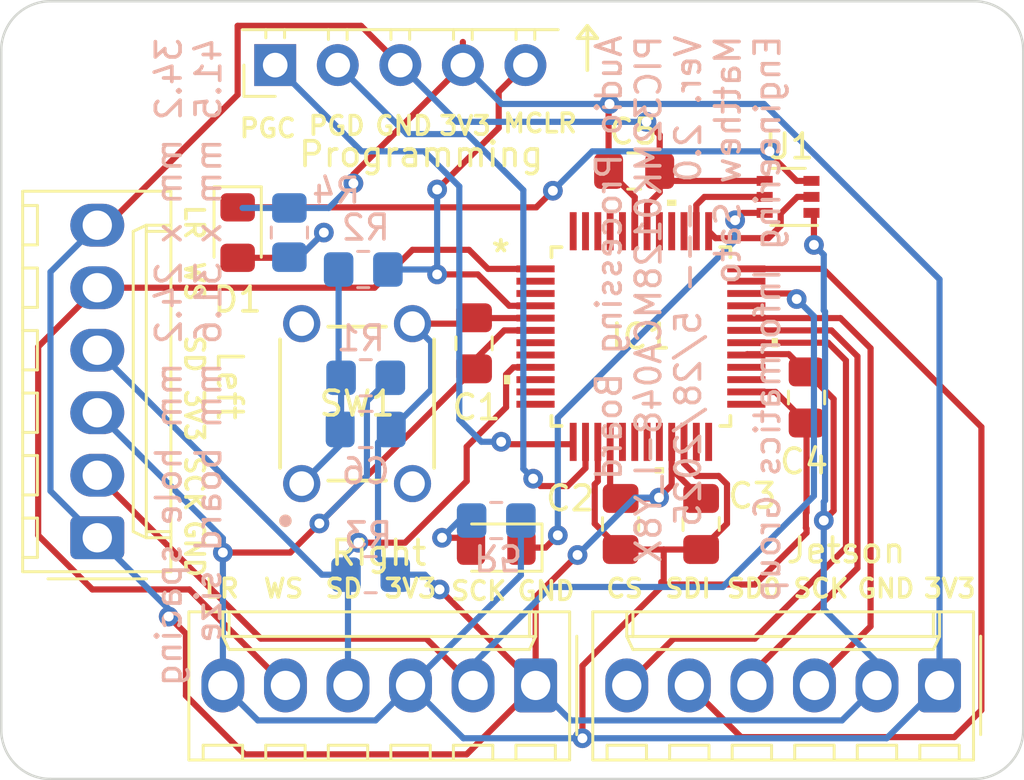
<source format=kicad_pcb>
(kicad_pcb (version 20241229) (generator "pcbnew") (generator_version "9.0")
  (title_block (date "2025-05-28") (rev "2.0") (company "satomm@stanford.edu") (comment 1 "Department of Civil and Environmental Engineering") (comment 2 "Engineering Informatics Group") (comment 3 "Stanford University") (comment 4 "Matthew Sato"))
  (layers (0 "F.Cu" signal) (2 "B.Cu" signal) (13 "F.Paste" user) (15 "B.Paste" user) (5 "F.SilkS" user "F.Silkscreen") (7 "B.SilkS" user "B.Silkscreen") (1 "F.Mask" user) (3 "B.Mask" user) (25 "Edge.Cuts" user))
  (net 0 "")
  (net 1 "GND")
  (net 2 "+3V3")
  (net 3 "Net-(C6-Pad1)")
  (net 4 "Net-(D1-K)")
  (net 5 "Net-(D1-A)")
  (net 6 "Net-(D2-K)")
  (net 7 "Net-(D2-A)")
  (net 8 "Net-(IC1-RPA7_{slash}_PWML4_{slash}_RA7)")
  (net 11 "Net-(IC1-~{MCLR})")
  (net 13 "Net-(IC1-OA2OUT_{slash}_AN0_{slash}_C2IN2-_{slash}_RPA0_{slash}_RA0)")
  (net 17 "Net-(IC1-PGC1{slash}OA1IN+_{slash}_AN4_{slash}_C1IN1+_{slash}_C1IN3-_{slash}_RPB2_{slash}_RB2)")
  (net 18 "Net-(IC1-PGD1{slash}OA1IN-_{slash}_AN5_{slash}_CTCMP_{slash}_C1IN1-_{slash}_RTCC_{slash}_RPB3_{slash}_RB3)")
  (net 28 "Net-(IC1-RPD8_{slash}_RD8)")
  (net 29 "Net-(IC1-PGD2{slash}_RPB5_{slash}_SDA1_{slash}_RB5)")
  (net 30 "Net-(IC1-PGC2{slash}RPB6_{slash}_SCL1_{slash}_RB6)")
  (net 32 "Net-(IC1-AN15_{slash}_RPB7_{slash}_SCK1_{slash}_INT0_{slash}_RB7)")
  (net 34 "Net-(IC1-SOSCO_{slash}_RPB8_{slash}_T1CK_{slash}_RB8)")
  (net 35 "Net-(IC1-TMS_{slash}_AN16_{slash}_LVDIN_{slash}_RPB9_{slash}_RB9)")
  (net 36 "Net-(IC1-RPC6_{slash}_RC6)")
  (footprint "Connector_PinHeader_2.54mm:PinHeader_1x05_P2.54mm_Horizontal" (layer "F.Cu") (at 196.425 134.195 90)
    (property "Reference" "J1" (hide yes))
    (property "Value" "Conn_01x05_Pin" (hide yes))
    (pad "1" thru_hole rect (at 0 0 90) (size 1.7 1.7) (drill 1) (layers "*.Cu" "*.Mask") (net 17 "Net-(IC1-PGC1{slash}OA1IN+_{slash}_AN4_{slash}_C1IN1+_{slash}_C1IN3-_{slash}_RPB2_{slash}_RB2)"))
    (pad "2" thru_hole oval (at 0 2.54 90) (size 1.7 1.7) (drill 1) (layers "*.Cu" "*.Mask") (net 18 "Net-(IC1-PGD1{slash}OA1IN-_{slash}_AN5_{slash}_CTCMP_{slash}_C1IN1-_{slash}_RTCC_{slash}_RPB3_{slash}_RB3)"))
    (pad "3" thru_hole oval (at 0 5.08 90) (size 1.7 1.7) (drill 1) (layers "*.Cu" "*.Mask") (net 1 "GND"))
    (pad "4" thru_hole oval (at 0 7.62 90) (size 1.7 1.7) (drill 1) (layers "*.Cu" "*.Mask") (net 2 "+3V3"))
    (pad "5" thru_hole oval (at 0 10.16 90) (size 1.7 1.7) (drill 1) (layers "*.Cu" "*.Mask") (net 11 "Net-(IC1-~{MCLR})"))
  )
  (footprint "MountingHole:MountingHole_3.2mm_M3" (layer "F.Cu") (at 188.9 159.5)
    (property "Reference" "H3" (hide yes))
    (property "Value" "MountingHole" (hide yes))
    (pad "" np_thru_hole circle (at 0 0) (size 3.2 3.2) (drill 3.2) (layers "*.Cu" "*.Mask"))
  )
  (footprint "custom_footprints:TQFP48_Y8X_MCH-M" (layer "F.Cu") (at 211.2746 145.224799)
    (property "Reference" "IC1" (at 0 0 0) (layer "F.SilkS"))
    (property "Value" "PIC32MK0128MCA048-I_Y8X" (hide yes))
    (fp_text user "*" (at -5.6896 -3.381 0) (layer "F.SilkS"))
    (fp_text user "*" (at -5.6896 -3.381 0) (layer "F.SilkS"))
    (pad "1" smd rect (at -4.2799 -2.75 90) (size 0.2794 1.5494) (layers "F.Cu" "F.Mask" "F.Paste") (net 8 "Net-(IC1-RPA7_{slash}_PWML4_{slash}_RA7)"))
    (pad "2" smd rect (at -4.2799 -2.250001 90) (size 0.2794 1.5494) (layers "F.Cu" "F.Mask" "F.Paste"))
    (pad "3" smd rect (at -4.2799 -1.749999 90) (size 0.2794 1.5494) (layers "F.Cu" "F.Mask" "F.Paste"))
    (pad "4" smd rect (at -4.2799 -1.25 90) (size 0.2794 1.5494) (layers "F.Cu" "F.Mask" "F.Paste") (net 11 "Net-(IC1-~{MCLR})"))
    (pad "5" smd rect (at -4.2799 -0.750001 90) (size 0.2794 1.5494) (layers "F.Cu" "F.Mask" "F.Paste") (net 1 "GND"))
    (pad "6" smd rect (at -4.2799 -0.25 90) (size 0.2794 1.5494) (layers "F.Cu" "F.Mask" "F.Paste") (net 2 "+3V3"))
    (pad "7" smd rect (at -4.2799 0.25 90) (size 0.2794 1.5494) (layers "F.Cu" "F.Mask" "F.Paste"))
    (pad "8" smd rect (at -4.2799 0.750001 90) (size 0.2794 1.5494) (layers "F.Cu" "F.Mask" "F.Paste"))
    (pad "9" smd rect (at -4.2799 1.25 90) (size 0.2794 1.5494) (layers "F.Cu" "F.Mask" "F.Paste") (net 13 "Net-(IC1-OA2OUT_{slash}_AN0_{slash}_C2IN2-_{slash}_RPA0_{slash}_RA0)"))
    (pad "10" smd rect (at -4.2799 1.749999 90) (size 0.2794 1.5494) (layers "F.Cu" "F.Mask" "F.Paste"))
    (pad "11" smd rect (at -4.2799 2.250001 90) (size 0.2794 1.5494) (layers "F.Cu" "F.Mask" "F.Paste"))
    (pad "12" smd rect (at -4.2799 2.75 90) (size 0.2794 1.5494) (layers "F.Cu" "F.Mask" "F.Paste"))
    (pad "13" smd rect (at -2.75 4.2799) (size 0.2794 1.5494) (layers "F.Cu" "F.Mask" "F.Paste") (net 17 "Net-(IC1-PGC1{slash}OA1IN+_{slash}_AN4_{slash}_C1IN1+_{slash}_C1IN3-_{slash}_RPB2_{slash}_RB2)"))
    (pad "14" smd rect (at -2.250001 4.2799) (size 0.2794 1.5494) (layers "F.Cu" "F.Mask" "F.Paste") (net 18 "Net-(IC1-PGD1{slash}OA1IN-_{slash}_AN5_{slash}_CTCMP_{slash}_C1IN1-_{slash}_RTCC_{slash}_RPB3_{slash}_RB3)"))
    (pad "15" smd rect (at -1.749999 4.2799) (size 0.2794 1.5494) (layers "F.Cu" "F.Mask" "F.Paste") (net 2 "+3V3"))
    (pad "16" smd rect (at -1.25 4.2799) (size 0.2794 1.5494) (layers "F.Cu" "F.Mask" "F.Paste") (net 1 "GND"))
    (pad "17" smd rect (at -0.750001 4.2799) (size 0.2794 1.5494) (layers "F.Cu" "F.Mask" "F.Paste"))
    (pad "18" smd rect (at -0.25 4.2799) (size 0.2794 1.5494) (layers "F.Cu" "F.Mask" "F.Paste"))
    (pad "19" smd rect (at 0.25 4.2799) (size 0.2794 1.5494) (layers "F.Cu" "F.Mask" "F.Paste"))
    (pad "20" smd rect (at 0.750001 4.2799) (size 0.2794 1.5494) (layers "F.Cu" "F.Mask" "F.Paste"))
    (pad "21" smd rect (at 1.25 4.2799) (size 0.2794 1.5494) (layers "F.Cu" "F.Mask" "F.Paste") (net 1 "GND"))
    (pad "22" smd rect (at 1.749999 4.2799) (size 0.2794 1.5494) (layers "F.Cu" "F.Mask" "F.Paste") (net 2 "+3V3"))
    (pad "23" smd rect (at 2.250001 4.2799) (size 0.2794 1.5494) (layers "F.Cu" "F.Mask" "F.Paste"))
    (pad "24" smd rect (at 2.75 4.2799) (size 0.2794 1.5494) (layers "F.Cu" "F.Mask" "F.Paste"))
    (pad "25" smd rect (at 4.2799 2.75 90) (size 0.2794 1.5494) (layers "F.Cu" "F.Mask" "F.Paste"))
    (pad "26" smd rect (at 4.2799 2.250001 90) (size 0.2794 1.5494) (layers "F.Cu" "F.Mask" "F.Paste") (net 2 "+3V3"))
    (pad "27" smd rect (at 4.2799 1.749999 90) (size 0.2794 1.5494) (layers "F.Cu" "F.Mask" "F.Paste"))
    (pad "28" smd rect (at 4.2799 1.25 90) (size 0.2794 1.5494) (layers "F.Cu" "F.Mask" "F.Paste"))
    (pad "29" smd rect (at 4.2799 0.750001 90) (size 0.2794 1.5494) (layers "F.Cu" "F.Mask" "F.Paste") (net 1 "GND"))
    (pad "30" smd rect (at 4.2799 0.25 90) (size 0.2794 1.5494) (layers "F.Cu" "F.Mask" "F.Paste") (net 28 "Net-(IC1-RPD8_{slash}_RD8)"))
    (pad "31" smd rect (at 4.2799 -0.25 90) (size 0.2794 1.5494) (layers "F.Cu" "F.Mask" "F.Paste") (net 29 "Net-(IC1-PGD2{slash}_RPB5_{slash}_SDA1_{slash}_RB5)"))
    (pad "32" smd rect (at 4.2799 -0.750001 90) (size 0.2794 1.5494) (layers "F.Cu" "F.Mask" "F.Paste") (net 30 "Net-(IC1-PGC2{slash}RPB6_{slash}_SCL1_{slash}_RB6)"))
    (pad "33" smd rect (at 4.2799 -1.25 90) (size 0.2794 1.5494) (layers "F.Cu" "F.Mask" "F.Paste"))
    (pad "34" smd rect (at 4.2799 -1.749999 90) (size 0.2794 1.5494) (layers "F.Cu" "F.Mask" "F.Paste") (net 32 "Net-(IC1-AN15_{slash}_RPB7_{slash}_SCK1_{slash}_INT0_{slash}_RB7)"))
    (pad "35" smd rect (at 4.2799 -2.250001 90) (size 0.2794 1.5494) (layers "F.Cu" "F.Mask" "F.Paste"))
    (pad "36" smd rect (at 4.2799 -2.75 90) (size 0.2794 1.5494) (layers "F.Cu" "F.Mask" "F.Paste") (net 34 "Net-(IC1-SOSCO_{slash}_RPB8_{slash}_T1CK_{slash}_RB8)"))
    (pad "37" smd rect (at 2.75 -4.2799) (size 0.2794 1.5494) (layers "F.Cu" "F.Mask" "F.Paste") (net 35 "Net-(IC1-TMS_{slash}_AN16_{slash}_LVDIN_{slash}_RPB9_{slash}_RB9)"))
    (pad "38" smd rect (at 2.250001 -4.2799) (size 0.2794 1.5494) (layers "F.Cu" "F.Mask" "F.Paste") (net 36 "Net-(IC1-RPC6_{slash}_RC6)"))
    (pad "39" smd rect (at 1.749999 -4.2799) (size 0.2794 1.5494) (layers "F.Cu" "F.Mask" "F.Paste"))
    (pad "40" smd rect (at 1.25 -4.2799) (size 0.2794 1.5494) (layers "F.Cu" "F.Mask" "F.Paste"))
    (pad "41" smd rect (at 0.750001 -4.2799) (size 0.2794 1.5494) (layers "F.Cu" "F.Mask" "F.Paste"))
    (pad "42" smd rect (at 0.25 -4.2799) (size 0.2794 1.5494) (layers "F.Cu" "F.Mask" "F.Paste") (net 1 "GND"))
    (pad "43" smd rect (at -0.25 -4.2799) (size 0.2794 1.5494) (layers "F.Cu" "F.Mask" "F.Paste") (net 2 "+3V3"))
    (pad "44" smd rect (at -0.750001 -4.2799) (size 0.2794 1.5494) (layers "F.Cu" "F.Mask" "F.Paste"))
    (pad "45" smd rect (at -1.25 -4.2799) (size 0.2794 1.5494) (layers "F.Cu" "F.Mask" "F.Paste"))
    (pad "46" smd rect (at -1.749999 -4.2799) (size 0.2794 1.5494) (layers "F.Cu" "F.Mask" "F.Paste"))
    (pad "47" smd rect (at -2.250001 -4.2799) (size 0.2794 1.5494) (layers "F.Cu" "F.Mask" "F.Paste"))
    (pad "48" smd rect (at -2.75 -4.2799) (size 0.2794 1.5494) (layers "F.Cu" "F.Mask" "F.Paste"))
  )
  (footprint "Connector_Molex:Molex_KK-254_AE-6410-06A_1x06_P2.54mm_Vertical" (layer "F.Cu") (at 189.2 153.4 90)
    (property "Reference" "J2" (hide yes))
    (property "Value" "Conn_01x06" (hide yes))
    (pad "1" thru_hole roundrect (at 0 0 90) (size 1.74 2.19) (drill 1.19) (layers "*.Cu" "*.Mask") (roundrect_rratio 0.1436781609) (net 1 "GND"))
    (pad "2" thru_hole oval (at 2.54 0 90) (size 1.74 2.19) (drill 1.19) (layers "*.Cu" "*.Mask") (net 32 "Net-(IC1-AN15_{slash}_RPB7_{slash}_SCK1_{slash}_INT0_{slash}_RB7)"))
    (pad "3" thru_hole oval (at 5.08 0 90) (size 1.74 2.19) (drill 1.19) (layers "*.Cu" "*.Mask") (net 2 "+3V3"))
    (pad "4" thru_hole oval (at 7.62 0 90) (size 1.74 2.19) (drill 1.19) (layers "*.Cu" "*.Mask") (net 13 "Net-(IC1-OA2OUT_{slash}_AN0_{slash}_C2IN2-_{slash}_RPA0_{slash}_RA0)"))
    (pad "5" thru_hole oval (at 10.16 0 90) (size 1.74 2.19) (drill 1.19) (layers "*.Cu" "*.Mask") (net 8 "Net-(IC1-RPA7_{slash}_PWML4_{slash}_RA7)"))
    (pad "6" thru_hole oval (at 12.7 0 90) (size 1.74 2.19) (drill 1.19) (layers "*.Cu" "*.Mask") (net 1 "GND"))
  )
  (footprint "Connector_Molex:Molex_KK-254_AE-6410-06A_1x06_P2.54mm_Vertical" (layer "F.Cu") (at 207 159.4 180)
    (property "Reference" "J3" (hide yes))
    (property "Value" "Conn_01x06" (hide yes))
    (pad "1" thru_hole roundrect (at 0 0 180) (size 1.74 2.19) (drill 1.19) (layers "*.Cu" "*.Mask") (roundrect_rratio 0.1436781609) (net 1 "GND"))
    (pad "2" thru_hole oval (at 2.54 0 180) (size 1.74 2.19) (drill 1.19) (layers "*.Cu" "*.Mask") (net 32 "Net-(IC1-AN15_{slash}_RPB7_{slash}_SCK1_{slash}_INT0_{slash}_RB7)"))
    (pad "3" thru_hole oval (at 5.08 0 180) (size 1.74 2.19) (drill 1.19) (layers "*.Cu" "*.Mask") (net 2 "+3V3"))
    (pad "4" thru_hole oval (at 7.62 0 180) (size 1.74 2.19) (drill 1.19) (layers "*.Cu" "*.Mask") (net 13 "Net-(IC1-OA2OUT_{slash}_AN0_{slash}_C2IN2-_{slash}_RPA0_{slash}_RA0)"))
    (pad "5" thru_hole oval (at 10.16 0 180) (size 1.74 2.19) (drill 1.19) (layers "*.Cu" "*.Mask") (net 8 "Net-(IC1-RPA7_{slash}_PWML4_{slash}_RA7)"))
    (pad "6" thru_hole oval (at 12.7 0 180) (size 1.74 2.19) (drill 1.19) (layers "*.Cu" "*.Mask") (net 2 "+3V3"))
  )
  (footprint "Capacitor_SMD:C_0805_2012Metric_Pad1.18x1.45mm_HandSolder" (layer "F.Cu") (at 211 138.5 180)
    (property "Reference" "C5" (at 0.0375 1.6 180) (layer "F.SilkS"))
    (property "Value" "0.1 uF" (hide yes))
    (pad "1" smd roundrect (at -1.0375 0 180) (size 1.175 1.45) (layers "F.Cu" "F.Mask" "F.Paste") (roundrect_rratio 0.2127659574) (net 1 "GND"))
    (pad "2" smd roundrect (at 1.0375 0 180) (size 1.175 1.45) (layers "F.Cu" "F.Mask" "F.Paste") (roundrect_rratio 0.2127659574) (net 2 "+3V3"))
  )
  (footprint "MountingHole:MountingHole_3.2mm_M3" (layer "F.Cu") (at 223.1 135.3)
    (property "Reference" "H2" (hide yes))
    (property "Value" "MountingHole" (hide yes))
    (pad "" np_thru_hole circle (at 0 0) (size 3.2 3.2) (drill 3.2) (layers "*.Cu" "*.Mask"))
  )
  (footprint "custom_footprints:SW_B3F-1000_OMR" (layer "F.Cu") (at 197.499999 151.200002 90)
    (property "Reference" "SW1" (at 3.250001 2.250001 0) (layer "F.SilkS"))
    (property "Value" "B3F-1020" (hide yes))
    (pad "1" thru_hole circle (at 0 0 90) (size 1.507998 1.507998) (drill 0.999998) (layers "*.Cu" "*.Mask") (net 3 "Net-(C6-Pad1)"))
    (pad "2" thru_hole circle (at 6.500002 0 90) (size 1.507998 1.507998) (drill 0.999998) (layers "*.Cu" "*.Mask"))
    (pad "3" thru_hole circle (at 0 4.500001 90) (size 1.507998 1.507998) (drill 0.999998) (layers "*.Cu" "*.Mask"))
    (pad "4" thru_hole circle (at 6.500002 4.500001 90) (size 1.507998 1.507998) (drill 0.999998) (layers "*.Cu" "*.Mask") (net 1 "GND"))
  )
  (footprint "Capacitor_SMD:C_0805_2012Metric_Pad1.18x1.45mm_HandSolder" (layer "F.Cu") (at 218 147.7 -90)
    (property "Reference" "C4" (at 2.6 0.1 180) (layer "F.SilkS"))
    (property "Value" "0.1 uF" (hide yes))
    (pad "1" smd roundrect (at -1.0375 0 270) (size 1.175 1.45) (layers "F.Cu" "F.Mask" "F.Paste") (roundrect_rratio 0.2127659574) (net 1 "GND"))
    (pad "2" smd roundrect (at 1.0375 0 270) (size 1.175 1.45) (layers "F.Cu" "F.Mask" "F.Paste") (roundrect_rratio 0.2127659574) (net 2 "+3V3"))
  )
  (footprint "Capacitor_SMD:C_0805_2012Metric_Pad1.18x1.45mm_HandSolder" (layer "F.Cu") (at 213.72 152.84 -90)
    (property "Reference" "C3" (at -1.14 -2.08 180) (layer "F.SilkS"))
    (property "Value" "0.1 uF" (hide yes))
    (pad "1" smd roundrect (at -1.0375 0 270) (size 1.175 1.45) (layers "F.Cu" "F.Mask" "F.Paste") (roundrect_rratio 0.2127659574) (net 1 "GND"))
    (pad "2" smd roundrect (at 1.0375 0 270) (size 1.175 1.45) (layers "F.Cu" "F.Mask" "F.Paste") (roundrect_rratio 0.2127659574) (net 2 "+3V3"))
  )
  (footprint "LED_SMD:LED_0805_2012Metric_Pad1.15x1.40mm_HandSolder" (layer "F.Cu") (at 205.4 153.8 180)
    (property "Reference" "D2" (hide yes))
    (property "Value" "LED" (hide yes))
    (pad "1" smd roundrect (at -1.025 0 180) (size 1.15 1.4) (layers "F.Cu" "F.Mask" "F.Paste") (roundrect_rratio 0.2173913043) (net 6 "Net-(D2-K)"))
    (pad "2" smd roundrect (at 1.025 0 180) (size 1.15 1.4) (layers "F.Cu" "F.Mask" "F.Paste") (roundrect_rratio 0.2173913043) (net 7 "Net-(D2-A)"))
  )
  (footprint "LED_SMD:LED_0805_2012Metric_Pad1.15x1.40mm_HandSolder" (layer "F.Cu") (at 194.9 141 -90)
    (property "Reference" "D1" (at 2.725 0 180) (layer "F.SilkS"))
    (property "Value" "LED" (hide yes))
    (pad "1" smd roundrect (at -1.025 0 270) (size 1.15 1.4) (layers "F.Cu" "F.Mask" "F.Paste") (roundrect_rratio 0.2173913043) (net 4 "Net-(D1-K)"))
    (pad "2" smd roundrect (at 1.025 0 270) (size 1.15 1.4) (layers "F.Cu" "F.Mask" "F.Paste") (roundrect_rratio 0.2173913043) (net 5 "Net-(D1-A)"))
  )
  (footprint "Capacitor_SMD:C_0805_2012Metric_Pad1.18x1.45mm_HandSolder" (layer "F.Cu") (at 204.5 145.5 -90)
    (property "Reference" "C1" (at 2.6 -0.1 180) (layer "F.SilkS"))
    (property "Value" "0.1 uF" (hide yes))
    (pad "1" smd roundrect (at -1.0375 0 270) (size 1.175 1.45) (layers "F.Cu" "F.Mask" "F.Paste") (roundrect_rratio 0.2127659574) (net 1 "GND"))
    (pad "2" smd roundrect (at 1.0375 0 270) (size 1.175 1.45) (layers "F.Cu" "F.Mask" "F.Paste") (roundrect_rratio 0.2127659574) (net 2 "+3V3"))
  )
  (footprint "MountingHole:MountingHole_3.2mm_M3" (layer "F.Cu") (at 188.9 135.3)
    (property "Reference" "H1" (hide yes))
    (property "Value" "MountingHole" (hide yes))
    (pad "" np_thru_hole circle (at 0 0) (size 3.2 3.2) (drill 3.2) (layers "*.Cu" "*.Mask"))
  )
  (footprint "Capacitor_SMD:C_0805_2012Metric_Pad1.18x1.45mm_HandSolder" (layer "F.Cu") (at 210.45 152.84 90)
    (property "Reference" "C2" (at 1.04 -2.05 180) (layer "F.SilkS"))
    (property "Value" "0.1 uF" (hide yes))
    (pad "1" smd roundrect (at -1.0375 0 90) (size 1.175 1.45) (layers "F.Cu" "F.Mask" "F.Paste") (roundrect_rratio 0.2127659574) (net 2 "+3V3"))
    (pad "2" smd roundrect (at 1.0375 0 90) (size 1.175 1.45) (layers "F.Cu" "F.Mask" "F.Paste") (roundrect_rratio 0.2127659574) (net 1 "GND"))
  )
  (footprint "Package_TO_SOT_SMD:SOT-363_SC-70-6" (layer "F.Cu") (at 217.25 139.55 180)
    (property "Reference" "U1" (at -0.05 2.05 180) (layer "F.SilkS"))
    (property "Value" "GSF7002DW" (hide yes))
    (pad "1" smd rect (at -0.95 -0.65 180) (size 0.65 0.4) (layers "F.Cu" "F.Mask" "F.Paste") (net 1 "GND"))
    (pad "2" smd rect (at -0.95 0 180) (size 0.65 0.4) (layers "F.Cu" "F.Mask" "F.Paste") (net 35 "Net-(IC1-TMS_{slash}_AN16_{slash}_LVDIN_{slash}_RPB9_{slash}_RB9)"))
    (pad "3" smd rect (at -0.95 0.65 180) (size 0.65 0.4) (layers "F.Cu" "F.Mask" "F.Paste") (net 4 "Net-(D1-K)"))
    (pad "4" smd rect (at 0.95 0.65 180) (size 0.65 0.4) (layers "F.Cu" "F.Mask" "F.Paste") (net 1 "GND"))
    (pad "5" smd rect (at 0.95 0 180) (size 0.65 0.4) (layers "F.Cu" "F.Mask" "F.Paste") (net 36 "Net-(IC1-RPC6_{slash}_RC6)"))
    (pad "6" smd rect (at 0.95 -0.65 180) (size 0.65 0.4) (layers "F.Cu" "F.Mask" "F.Paste") (net 6 "Net-(D2-K)"))
  )
  (footprint "Connector_Molex:Molex_KK-254_AE-6410-06A_1x06_P2.54mm_Vertical" (layer "F.Cu") (at 223.4 159.4 180)
    (property "Reference" "J5" (hide yes))
    (property "Value" "Conn_01x06" (hide yes))
    (pad "1" thru_hole roundrect (at 0 0 180) (size 1.74 2.19) (drill 1.19) (layers "*.Cu" "*.Mask") (roundrect_rratio 0.1436781609) (net 2 "+3V3"))
    (pad "2" thru_hole oval (at 2.54 0 180) (size 1.74 2.19) (drill 1.19) (layers "*.Cu" "*.Mask") (net 1 "GND"))
    (pad "3" thru_hole oval (at 5.08 0 180) (size 1.74 2.19) (drill 1.19) (layers "*.Cu" "*.Mask") (net 30 "Net-(IC1-PGC2{slash}RPB6_{slash}_SCL1_{slash}_RB6)"))
    (pad "4" thru_hole oval (at 7.62 0 180) (size 1.74 2.19) (drill 1.19) (layers "*.Cu" "*.Mask") (net 29 "Net-(IC1-PGD2{slash}_RPB5_{slash}_SDA1_{slash}_RB5)"))
    (pad "5" thru_hole oval (at 10.16 0 180) (size 1.74 2.19) (drill 1.19) (layers "*.Cu" "*.Mask") (net 34 "Net-(IC1-SOSCO_{slash}_RPB8_{slash}_T1CK_{slash}_RB8)"))
    (pad "6" thru_hole oval (at 12.7 0 180) (size 1.74 2.19) (drill 1.19) (layers "*.Cu" "*.Mask") (net 28 "Net-(IC1-RPD8_{slash}_RD8)"))
  )
  (footprint "Resistor_SMD:R_0805_2012Metric_Pad1.20x1.40mm_HandSolder" (layer "B.Cu") (at 200.3 154.9)
    (property "Reference" "R3" (at -0.1 -1.6 180) (layer "B.SilkS") (effects (justify mirror)))
    (property "Value" "100k" (hide yes))
    (pad "1" smd roundrect (at -1 0) (size 1.2 1.4) (layers "B.Cu" "B.Mask" "B.Paste") (roundrect_rratio 0.2083333333) (net 13 "Net-(IC1-OA2OUT_{slash}_AN0_{slash}_C2IN2-_{slash}_RPA0_{slash}_RA0)"))
    (pad "2" smd roundrect (at 1 0) (size 1.2 1.4) (layers "B.Cu" "B.Mask" "B.Paste") (roundrect_rratio 0.2083333333) (net 1 "GND"))
  )
  (footprint "Resistor_SMD:R_0805_2012Metric_Pad1.20x1.40mm_HandSolder" (layer "B.Cu") (at 200.1 146.9 180)
    (property "Reference" "R1" (at 0.2 1.6 0) (layer "B.SilkS") (effects (justify mirror)))
    (property "Value" "10k" (hide yes))
    (pad "1" smd roundrect (at -1 0 180) (size 1.2 1.4) (layers "B.Cu" "B.Mask" "B.Paste") (roundrect_rratio 0.2083333333) (net 2 "+3V3"))
    (pad "2" smd roundrect (at 1 0 180) (size 1.2 1.4) (layers "B.Cu" "B.Mask" "B.Paste") (roundrect_rratio 0.2083333333) (net 3 "Net-(C6-Pad1)"))
  )
  (footprint "Resistor_SMD:R_0805_2012Metric_Pad1.20x1.40mm_HandSolder" (layer "B.Cu") (at 197 141 -90)
    (property "Reference" "R4" (at -1.7 -1.9 180) (layer "B.SilkS") (effects (justify mirror)))
    (property "Value" "130R" (hide yes))
    (pad "1" smd roundrect (at -1 0 270) (size 1.2 1.4) (layers "B.Cu" "B.Mask" "B.Paste") (roundrect_rratio 0.2083333333) (net 2 "+3V3"))
    (pad "2" smd roundrect (at 1 0 270) (size 1.2 1.4) (layers "B.Cu" "B.Mask" "B.Paste") (roundrect_rratio 0.2083333333) (net 5 "Net-(D1-A)"))
  )
  (footprint "Resistor_SMD:R_0805_2012Metric_Pad1.20x1.40mm_HandSolder" (layer "B.Cu") (at 200 142.5)
    (property "Reference" "R2" (at 0.1 -1.7 180) (layer "B.SilkS") (effects (justify mirror)))
    (property "Value" "1k" (hide yes))
    (pad "1" smd roundrect (at -1 0) (size 1.2 1.4) (layers "B.Cu" "B.Mask" "B.Paste") (roundrect_rratio 0.2083333333) (net 3 "Net-(C6-Pad1)"))
    (pad "2" smd roundrect (at 1 0) (size 1.2 1.4) (layers "B.Cu" "B.Mask" "B.Paste") (roundrect_rratio 0.2083333333) (net 11 "Net-(IC1-~{MCLR})"))
  )
  (footprint "Resistor_SMD:R_0805_2012Metric_Pad1.20x1.40mm_HandSolder" (layer "B.Cu") (at 205.4 152.7 180)
    (property "Reference" "R5" (hide yes))
    (property "Value" "130R" (hide yes))
    (pad "1" smd roundrect (at -1 0 180) (size 1.2 1.4) (layers "B.Cu" "B.Mask" "B.Paste") (roundrect_rratio 0.2083333333) (net 2 "+3V3"))
    (pad "2" smd roundrect (at 1 0 180) (size 1.2 1.4) (layers "B.Cu" "B.Mask" "B.Paste") (roundrect_rratio 0.2083333333) (net 7 "Net-(D2-A)"))
  )
  (footprint "Capacitor_SMD:C_0805_2012Metric_Pad1.18x1.45mm_HandSolder" (layer "B.Cu") (at 200.1 149)
    (property "Reference" "C6" (at 0 1.7 180) (layer "B.SilkS") (effects (justify mirror)))
    (property "Value" "0.1 uF" (hide yes))
    (pad "1" smd roundrect (at -1.0375 0) (size 1.175 1.45) (layers "B.Cu" "B.Mask" "B.Paste") (roundrect_rratio 0.2127659574) (net 3 "Net-(C6-Pad1)"))
    (pad "2" smd roundrect (at 1.0375 0) (size 1.175 1.45) (layers "B.Cu" "B.Mask" "B.Paste") (roundrect_rratio 0.2127659574) (net 1 "GND"))
  )
  (gr_line (start 209.1 132.6) (end 209.1 134.4) (stroke (width 0.15)) (layer "F.SilkS"))
  (gr_line (start 209.1 132.6) (end 209.5 133.1) (stroke (width 0.15)) (layer "F.SilkS"))
  (gr_line (start 209.5 133.1) (end 208.7 133.1) (stroke (width 0.15)) (layer "F.SilkS"))
  (gr_line (start 209.1 132.6) (end 208.7 133.1) (stroke (width 0.15)) (layer "F.SilkS"))
  (gr_arc (start 224.8 131.6) (mid 226.214214 132.185786) (end 226.8 133.6) (stroke (width 0.1)) (layer "Edge.Cuts"))
  (gr_arc (start 185.3 133.6) (mid 185.885786 132.185786) (end 187.3 131.6) (stroke (width 0.1)) (layer "Edge.Cuts"))
  (gr_line (start 224.8 163.2) (end 187.3 163.2) (stroke (width 0.1)) (layer "Edge.Cuts"))
  (gr_line (start 185.3 161.2) (end 185.3 133.6) (stroke (width 0.1)) (layer "Edge.Cuts"))
  (gr_arc (start 226.8 161.2) (mid 226.214214 162.614214) (end 224.8 163.2) (stroke (width 0.1)) (layer "Edge.Cuts"))
  (gr_arc (start 187.3 163.2) (mid 185.885786 162.614214) (end 185.3 161.2) (stroke (width 0.1)) (layer "Edge.Cuts"))
  (gr_line (start 226.8 133.6) (end 226.8 161.2) (stroke (width 0.1)) (layer "Edge.Cuts"))
  (gr_line (start 187.3 131.6) (end 224.8 131.6) (stroke (width 0.1)) (layer "Edge.Cuts"))
  (gr_text "MCLR" (at 205.6 137 0) (layer "F.SilkS") (effects (font (size 0.75 0.75)) (justify left bottom)))
  (gr_text "SD" (at 198.38 155.9 0) (layer "F.SilkS") (effects (font (size 0.75 0.75)) (justify left bottom)))
  (gr_text "WS" (at 192.7 142.1 270) (layer "F.SilkS") (effects (font (size 0.75 0.75)) (justify left bottom)))
  (gr_text "SCK" (at 192.7 150 270) (layer "F.SilkS") (effects (font (size 0.75 0.75)) (justify left bottom)))
  (gr_text "WS" (at 195.88 155.9 0) (layer "F.SilkS") (effects (font (size 0.75 0.75)) (justify left bottom)))
  (gr_text "Right\n" (at 198.6 154.6 0) (layer "F.SilkS") (effects (font (size 1 1)) (justify left bottom)))
  (gr_text "3V3" (at 192.7 147.3 270) (layer "F.SilkS") (effects (font (size 0.75 0.75)) (justify left bottom)))
  (gr_text "SD0" (at 214.68 155.9 0) (layer "F.SilkS") (effects (font (size 0.75 0.75)) (justify left bottom)))
  (gr_text "GND" (at 192.7 152.6 270) (layer "F.SilkS") (effects (font (size 0.75 0.75)) (justify left bottom)))
  (gr_text "Programming" (at 197.3 138.4 0) (layer "F.SilkS") (effects (font (size 1 1)) (justify left bottom)))
  (gr_text "Left" (at 194 145.7 270) (layer "F.SilkS") (effects (font (size 1 1)) (justify left bottom)))
  (gr_text "GND" (at 206.18 156 0) (layer "F.SilkS") (effects (font (size 0.75 0.75)) (justify left bottom)))
  (gr_text "Jetson" (at 217.1 154.5 0) (layer "F.SilkS") (effects (font (size 1 1)) (justify left bottom)))
  (gr_text "3V3" (at 222.68 155.9 0) (layer "F.SilkS") (effects (font (size 0.75 0.75)) (justify left bottom)))
  (gr_text "SD" (at 192.7 145.1 270) (layer "F.SilkS") (effects (font (size 0.75 0.75)) (justify left bottom)))
  (gr_text "PGC" (at 194.9 137.2 0) (layer "F.SilkS") (effects (font (size 0.75 0.75)) (justify left bottom)))
  (gr_text "3V3" (at 203 137.1 0) (layer "F.SilkS") (effects (font (size 0.75 0.75)) (justify left bottom)))
  (gr_text "SCK" (at 217.38 155.9 0) (layer "F.SilkS") (effects (font (size 0.75 0.75)) (justify left bottom)))
  (gr_text "SCK" (at 203.48 156 0) (layer "F.SilkS") (effects (font (size 0.75 0.75)) (justify left bottom)))
  (gr_text "3V3" (at 200.78 155.9 0) (layer "F.SilkS") (effects (font (size 0.75 0.75)) (justify left bottom)))
  (gr_text "CS" (at 209.78 155.9 0) (layer "F.SilkS") (effects (font (size 0.75 0.75)) (justify left bottom)))
  (gr_text "LR" (at 192.7 139.8 270) (layer "F.SilkS") (effects (font (size 0.75 0.75)) (justify left bottom)))
  (gr_text "LR" (at 193.48 155.9 0) (layer "F.SilkS") (effects (font (size 0.75 0.75)) (justify left bottom)))
  (gr_text "GND" (at 219.98 155.9 0) (layer "F.SilkS") (effects (font (size 0.75 0.75)) (justify left bottom)))
  (gr_text "GND" (at 200.4 137.1 0) (layer "F.SilkS") (effects (font (size 0.75 0.75)) (justify left bottom)))
  (gr_text "SDI" (at 212.18 155.9 0) (layer "F.SilkS") (effects (font (size 0.75 0.75)) (justify left bottom)))
  (gr_text "PGD\n" (at 197.7 137.1 0) (layer "F.SilkS") (effects (font (size 0.75 0.75)) (justify left bottom)))
  (gr_text "34.2 mm x 24.2 mm hole spacing\n41.5 mm x 31.6 mm board size" (at 194.3 133 90) (layer "B.SilkS") (effects (font (size 1 1)) (justify left bottom mirror)))
  (gr_text "Audio Processing Board\nPIC32MK0128MCA048-I_Y8X\nVer. 2.0 --- 5/28/2025\nMatthew Sato\nEngineering Informatics Group" (at 217 132.9 90) (layer "B.SilkS") (effects (font (size 1 1)) (justify left bottom mirror)))
  (gr_text "R5" (at 204.4 153.6 180) (layer "B.SilkS") (effects (font (size 1 1)) (justify left bottom mirror)))
  (segment (start 212.5246 151.2554) (end 212.01 151.77) (width 0.25) (layer "F.Cu") (net 1))
  (segment (start 212.5246 150.6071) (end 213.72 151.8025) (width 0.25) (layer "F.Cu") (net 1))
  (segment (start 217.277999 145.940499) (end 218 146.6625) (width 0.25) (layer "F.Cu") (net 1))
  (segment (start 212.5246 149.504699) (end 212.5246 150.6071) (width 0.25) (layer "F.Cu") (net 1))
  (segment (start 194.9 132.6) (end 194.9 135.4) (width 0.25) (layer "F.Cu") (net 1))
  (segment (start 207 155.8) (end 207 159.4) (width 0.25) (layer "F.Cu") (net 1))
  (segment (start 212.0375 137.0375) (end 211.5 136.5) (width 0.25) (layer "F.Cu") (net 1))
  (segment (start 189.6 140.7) (end 189.2 140.7) (width 0.25) (layer "F.Cu") (net 1))
  (segment (start 192.8 157.3) (end 192.8 159.816399) (width 0.25) (layer "F.Cu") (net 1))
  (segment (start 215.588801 145.940499) (end 217.277999 145.940499) (width 0.25) (layer "F.Cu") (net 1))
  (segment (start 208.7 154.1) (end 207 155.8) (width 0.25) (layer "F.Cu") (net 1))
  (segment (start 199.91 132.6) (end 194.9 132.6) (width 0.25) (layer "F.Cu") (net 1))
  (segment (start 210.45 151.8025) (end 211.9775 151.8025) (width 0.25) (layer "F.Cu") (net 1))
  (segment (start 218.7 152.7) (end 219.1 152.3) (width 0.25) (layer "F.Cu") (net 1))
  (segment (start 218.3 141.5) (end 218.3 140.3) (width 0.25) (layer "F.Cu") (net 1))
  (segment (start 201.505 134.195) (end 199.91 132.6) (width 0.25) (layer "F.Cu") (net 1))
  (segment (start 219.1 147.7625) (end 218 146.6625) (width 0.25) (layer "F.Cu") (net 1))
  (segment (start 219.1 152.3) (end 219.1 147.7625) (width 0.25) (layer "F.Cu") (net 1))
  (segment (start 211.9775 151.8025) (end 212.01 151.77) (width 0.25) (layer "F.Cu") (net 1))
  (segment (start 212.5246 150.6071) (end 212.5246 151.2554) (width 0.25) (layer "F.Cu") (net 1))
  (segment (start 192.8 159.816399) (end 195.183601 162.2) (width 0.25) (layer "F.Cu") (net 1))
  (segment (start 204.1 144.7) (end 202 144.7) (width 0.25) (layer "F.Cu") (net 1))
  (segment (start 211.5246 139.8785) (end 212.0375 139.3656) (width 0.25) (layer "F.Cu") (net 1))
  (segment (start 195.183601 162.2) (end 204.2 162.2) (width 0.25) (layer "F.Cu") (net 1))
  (segment (start 203.1 155.5) (end 207 159.4) (width 0.25) (layer "F.Cu") (net 1))
  (segment (start 210.0246 149.504699) (end 210.0246 151.3771) (width 0.25) (layer "F.Cu") (net 1))
  (segment (start 204.2 162.2) (end 207 159.4) (width 0.25) (layer "F.Cu") (net 1))
  (segment (start 218.3 140.3) (end 218.2 140.2) (width 0.25) (layer "F.Cu") (net 1))
  (segment (start 206.9947 144.474798) (end 204.512298 144.474798) (width 0.25) (layer "F.Cu") (net 1))
  (segment (start 192.1 156.6) (end 192.8 157.3) (width 0.25) (layer "F.Cu") (net 1))
  (segment (start 212.0375 138.5) (end 212.0375 137.0375) (width 0.25) (layer "F.Cu") (net 1))
  (segment (start 211.5246 140.944899) (end 211.5246 139.8785) (width 0.25) (layer "F.Cu") (net 1))
  (segment (start 216.3 138.9) (end 212.4375 138.9) (width 0.25) (layer "F.Cu") (net 1))
  (segment (start 212.0375 139.3656) (end 212.0375 138.5) (width 0.25) (layer "F.Cu") (net 1))
  (segment (start 215.5545 145.9748) (end 215.588801 145.940499) (width 0.25) (layer "F.Cu") (net 1))
  (segment (start 194.9 135.4) (end 189.6 140.7) (width 0.25) (layer "F.Cu") (net 1))
  (via (at 218.3 141.5) (size 0.8) (drill 0.4) (layers "F.Cu" "B.Cu") (net 1))
  (via (at 203.1 155.5) (size 0.8) (drill 0.4) (layers "F.Cu" "B.Cu") (net 1))
  (via (at 218.7 152.7) (size 0.8) (drill 0.4) (layers "F.Cu" "B.Cu") (net 1))
  (via (at 212.01 151.77) (size 0.8) (drill 0.4) (layers "F.Cu" "B.Cu") (net 1))
  (via (at 192.1 156.6) (size 0.8) (drill 0.4) (layers "F.Cu" "B.Cu") (net 1))
  (via (at 208.7 154.1) (size 0.8) (drill 0.4) (layers "F.Cu" "B.Cu") (net 1))
  (via (at 211.5 136.5) (size 0.8) (drill 0.4) (layers "F.Cu" "B.Cu") (net 1))
  (segment (start 218.7 144.16219) (end 218.7 141.9) (width 0.25) (layer "B.Cu") (net 1))
  (segment (start 202.753999 145.453999) (end 202 144.7) (width 0.25) (layer "B.Cu") (net 1))
  (segment (start 201.1375 149) (end 200.6 149.5375) (width 0.25) (layer "B.Cu") (net 1))
  (segment (start 211.03 151.77) (end 208.7 154.1) (width 0.25) (layer "B.Cu") (net 1))
  (segment (start 219.439 160.821) (end 208.421 160.821) (width 0.25) (layer "B.Cu") (net 1))
  (segment (start 220.86 159.4) (end 219.439 160.821) (width 0.25) (layer "B.Cu") (net 1))
  (segment (start 189.2 140.7) (end 187.3 142.6) (width 0.25) (layer "B.Cu") (net 1))
  (segment (start 189.2 153.4) (end 192.1 156.3) (width 0.25) (layer "B.Cu") (net 1))
  (segment (start 201.3 154.9) (end 202.5 154.9) (width 0.25) (layer "B.Cu") (net 1))
  (segment (start 187.3 142.6) (end 187.3 151.5) (width 0.25) (layer "B.Cu") (net 1))
  (segment (start 212.01 151.77) (end 211.03 151.77) (width 0.25) (layer "B.Cu") (net 1))
  (segment (start 218.751 144.21319) (end 218.7 144.16219) (width 0.25) (layer "B.Cu") (net 1))
  (segment (start 218.7 152.7) (end 218.7 156.3) (width 0.25) (layer "B.Cu") (net 1))
  (segment (start 200.6 154.2) (end 201.3 154.9) (width 0.25) (layer "B.Cu") (net 1))
  (segment (start 218.7 141.9) (end 218.3 141.5) (width 0.25) (layer "B.Cu") (net 1))
  (segment (start 203.81 136.5) (end 201.505 134.195) (width 0.25) (layer "B.Cu") (net 1))
  (segment (start 208.421 160.821) (end 207 159.4) (width 0.25) (layer "B.Cu") (net 1))
  (segment (start 218.751 151.88681) (end 218.751 144.21319) (width 0.25) (layer "B.Cu") (net 1))
  (segment (start 202.753999 147.383501) (end 202.753999 145.453999) (width 0.25) (layer "B.Cu") (net 1))
  (segment (start 192.1 156.3) (end 192.1 156.6) (width 0.25) (layer "B.Cu") (net 1))
  (segment (start 202.5 154.9) (end 203.1 155.5) (width 0.25) (layer "B.Cu") (net 1))
  (segment (start 218.7 151.93781) (end 218.751 151.88681) (width 0.25) (layer "B.Cu") (net 1))
  (segment (start 200.6 149.5375) (end 200.6 154.2) (width 0.25) (layer "B.Cu") (net 1))
  (segment (start 211.5 136.5) (end 203.81 136.5) (width 0.25) (layer "B.Cu") (net 1))
  (segment (start 218.7 156.3) (end 220.86 158.46) (width 0.25) (layer "B.Cu") (net 1))
  (segment (start 218.7 152.7) (end 218.7 151.93781) (width 0.25) (layer "B.Cu") (net 1))
  (segment (start 201.1375 149) (end 202.753999 147.383501) (width 0.25) (layer "B.Cu") (net 1))
  (segment (start 187.3 151.5) (end 189.2 153.4) (width 0.25) (layer "B.Cu") (net 1))
  (segment (start 205.725201 144.974799) (end 204.5 146.2) (width 0.25) (layer "F.Cu") (net 2))
  (segment (start 213.024599 149.504699) (end 213.024599 150.384599) (width 0.25) (layer "F.Cu") (net 2))
  (segment (start 204.5 146.5375) (end 198.21875 152.81875) (width 0.25) (layer "F.Cu") (net 2))
  (segment (start 214.77 151.226827) (end 214.77 152.8275) (width 0.25) (layer "F.Cu") (net 2))
  (segment (start 212.1 155.4) (end 212.1 155.2) (width 0.25) (layer "F.Cu") (net 2))
  (segment (start 209.4 152.8275) (end 210.45 153.8775) (width 0.25) (layer "F.Cu") (net 2))
  (segment (start 209.9625 135.8115) (end 210 135.774) (width 0.25) (layer "F.Cu") (net 2))
  (segment (start 210.45 153.8775) (end 212.2 153.8775) (width 0.25) (layer "F.Cu") (net 2))
  (segment (start 211.0246 139.5621) (end 209.9625 138.5) (width 0.25) (layer "F.Cu") (net 2))
  (segment (start 217.974 153.00072) (end 218 153.02672) (width 0.25) (layer "F.Cu") (net 2))
  (segment (start 212.2 155.3) (end 212.2 153.8775) (width 0.25) (layer "F.Cu") (net 2))
  (segment (start 218 148.7375) (end 218 152.37328) (width 0.25) (layer "F.Cu") (net 2))
  (segment (start 197.0375 154) (end 194.3 154) (width 0.25) (layer "F.Cu") (net 2))
  (segment (start 216.7373 147.4748) (end 218 148.7375) (width 0.25) (layer "F.Cu") (net 2))
  (segment (start 209.524601 149.504699) (end 209.524601 151.102226) (width 0.25) (layer "F.Cu") (net 2))
  (segment (start 206.9947 144.974799) (end 205.725201 144.974799) (width 0.25) (layer "F.Cu") (net 2))
  (segment (start 212.2 153.8775) (end 213.72 153.8775) (width 0.25) (layer "F.Cu") (net 2))
  (segment (start 209.9625 138.5) (end 209.9625 135.8115) (width 0.25) (layer "F.Cu") (net 2))
  (segment (start 218 153.02672) (end 218 153.2) (width 0.25) (layer "F.Cu") (net 2))
  (segment (start 208.9 161.546) (end 208.9 158.6) (width 0.25) (layer "F.Cu") (net 2))
  (segment (start 211.0246 140.944899) (end 211.0246 139.5621) (width 0.25) (layer "F.Cu") (net 2))
  (segment (start 215.5545 147.4748) (end 216.7373 147.4748) (width 0.25) (layer "F.Cu") (net 2))
  (segment (start 208.9 158.6) (end 212.1 155.4) (width 0.25) (layer "F.Cu") (net 2))
  (segment (start 215.9 155.3) (end 212.2 155.3) (width 0.25) (layer "F.Cu") (net 2))
  (segment (start 198.21875 152.81875) (end 197.0375 154) (width 0.25) (layer "F.Cu") (net 2))
  (segment (start 213.024599 150.384599) (end 213.53 150.89) (width 0.25) (layer "F.Cu") (net 2))
  (segment (start 204.045 133.255) (end 204.045 134.195) (width 0.25) (layer "F.Cu") (net 2))
  (segment (start 218 153.2) (end 215.9 155.3) (width 0.25) (layer "F.Cu") (net 2))
  (segment (start 218 152.37328) (end 217.974 152.39928) (width 0.25) (layer "F.Cu") (net 2))
  (segment (start 209.4 151.226827) (end 209.4 152.8275) (width 0.25) (layer "F.Cu") (net 2))
  (segment (start 199.6 139) (end 199.6 138.64) (width 0.25) (layer "F.Cu") (net 2))
  (segment (start 217.974 152.39928) (end 217.974 153.00072) (width 0.25) (layer "F.Cu") (net 2))
  (segment (start 214.433173 150.89) (end 214.77 151.226827) (width 0.25) (layer "F.Cu") (net 2))
  (segment (start 209.524601 151.102226) (end 209.4 151.226827) (width 0.25) (layer "F.Cu") (net 2))
  (segment (start 213.53 150.89) (end 214.433173 150.89) (width 0.25) (layer "F.Cu") (net 2))
  (segment (start 214.77 152.8275) (end 213.72 153.8775) (width 0.25) (layer "F.Cu") (net 2))
  (segment (start 199.6 138.64) (end 204.045 134.195) (width 0.25) (layer "F.Cu") (net 2))
  (via (at 198.21875 152.81875) (size 0.8) (drill 0.4) (layers "F.Cu" "B.Cu") (net 2))
  (via (at 210 135.774) (size 0.8) (drill 0.4) (layers "F.Cu" "B.Cu") (net 2))
  (via (at 199.6 139) (size 0.8) (drill 0.4) (layers "F.Cu" "B.Cu") (net 2))
  (via (at 194.3 154) (size 0.8) (drill 0.4) (layers "F.Cu" "B.Cu") (net 2))
  (via (at 208.9 161.546) (size 0.8) (drill 0.4) (layers "F.Cu" "B.Cu") (net 2))
  (segment (start 221.254 161.546) (end 223.4 159.4) (width 0.25) (layer "B.Cu") (net 2))
  (segment (start 210 135.774) (end 216.274 135.774) (width 0.25) (layer "B.Cu") (net 2))
  (segment (start 223.4 142.9) (end 223.4 159.4) (width 0.25) (layer "B.Cu") (net 2))
  (segment (start 216.274 135.774) (end 223.4 142.9) (width 0.25) (layer "B.Cu") (net 2))
  (segment (start 201.92 159.4) (end 204.066 161.546) (width 0.25) (layer "B.Cu") (net 2))
  (segment (start 195.721 160.821) (end 200.499 160.821) (width 0.25) (layer "B.Cu") (net 2))
  (segment (start 200.149 147.851) (end 200.149 150.8885) (width 0.25) (layer "B.Cu") (net 2))
  (segment (start 200.499 160.821) (end 201.92 159.4) (width 0.25) (layer "B.Cu") (net 2))
  (segment (start 200.149 150.8885) (end 198.21875 152.81875) (width 0.25) (layer "B.Cu") (net 2))
  (segment (start 194.3 154) (end 194.3 159.4) (width 0.25) (layer "B.Cu") (net 2))
  (segment (start 189.2 148.32) (end 194.3 153.42) (width 0.25) (layer "B.Cu") (net 2))
  (segment (start 195.1 140) (end 197 140) (width 0.25) (layer "B.Cu") (net 2))
  (segment (start 197 140) (end 198.6 140) (width 0.25) (layer "B.Cu") (net 2))
  (segment (start 194.3 159.4) (end 195.721 160.821) (width 0.25) (layer "B.Cu") (net 2))
  (segment (start 194.3 153.42) (end 194.3 154) (width 0.25) (layer "B.Cu") (net 2))
  (segment (start 206.4 154.92) (end 201.92 159.4) (width 0.25) (layer "B.Cu") (net 2))
  (segment (start 204.045 134.195) (end 205.624 135.774) (width 0.25) (layer "B.Cu") (net 2))
  (segment (start 198.6 140) (end 199.6 139) (width 0.25) (layer "B.Cu") (net 2))
  (segment (start 204.066 161.546) (end 221.254 161.546) (width 0.25) (layer "B.Cu") (net 2))
  (segment (start 206.4 152.7) (end 206.4 154.92) (width 0.25) (layer "B.Cu") (net 2))
  (segment (start 205.624 135.774) (end 210 135.774) (width 0.25) (layer "B.Cu") (net 2))
  (segment (start 201.1 146.9) (end 200.149 147.851) (width 0.25) (layer "B.Cu") (net 2))
  (segment (start 199.0625 149.637501) (end 197.499999 151.200002) (width 0.25) (layer "B.Cu") (net 3))
  (segment (start 199.1 146.9) (end 199.1 148.9625) (width 0.25) (layer "B.Cu") (net 3))
  (segment (start 199.0625 149) (end 199.0625 149.637501) (width 0.25) (layer "B.Cu") (net 3))
  (segment (start 199 142.5) (end 199 146.8) (width 0.25) (layer "B.Cu") (net 3))
  (segment (start 194.9 139.975) (end 207.025 139.975) (width 0.25) (layer "F.Cu") (net 4))
  (segment (start 216.5 137.8) (end 217.6 138.9) (width 0.25) (layer "F.Cu") (net 4))
  (segment (start 207.025 139.975) (end 207.7 139.3) (width 0.25) (layer "F.Cu") (net 4))
  (segment (start 217.6 138.9) (end 218.2 138.9) (width 0.25) (layer "F.Cu") (net 4))
  (segment (start 216.5 137.7) (end 216.5 137.8) (width 0.25) (layer "F.Cu") (net 4))
  (via (at 207.7 139.3) (size 0.8) (drill 0.4) (layers "F.Cu" "B.Cu") (net 4))
  (via (at 216.5 137.7) (size 0.8) (drill 0.4) (layers "F.Cu" "B.Cu") (net 4))
  (segment (start 209.3 137.7) (end 216.5 137.7) (width 0.25) (layer "B.Cu") (net 4))
  (segment (start 207.7 139.3) (end 209.3 137.7) (width 0.25) (layer "B.Cu") (net 4))
  (segment (start 197.375 142.025) (end 194.9 142.025) (width 0.25) (layer "F.Cu") (net 5))
  (segment (start 198.4 141) (end 197.375 142.025) (width 0.25) (layer "F.Cu") (net 5))
  (via (at 198.4 141) (size 0.8) (drill 0.4) (layers "F.Cu" "B.Cu") (net 5))
  (segment (start 197.4 142) (end 198.4 141) (width 0.25) (layer "B.Cu") (net 5))
  (segment (start 207.4 153.8) (end 207.9 153.3) (width 0.25) (layer "F.Cu") (net 6))
  (segment (start 216.3 140.2) (end 215.4 140.2) (width 0.25) (layer "F.Cu") (net 6))
  (segment (start 206.425 153.8) (end 207.4 153.8) (width 0.25) (layer "F.Cu") (net 6))
  (segment (start 215.4 140.2) (end 215.1 140.5) (width 0.25) (layer "F.Cu") (net 6))
  (via (at 215.1 140.5) (size 0.8) (drill 0.4) (layers "F.Cu" "B.Cu") (net 6))
  (via (at 207.9 153.3) (size 0.8) (drill 0.4) (layers "F.Cu" "B.Cu") (net 6))
  (segment (start 215.1 140.5) (end 215.1 141.319601) (width 0.25) (layer "B.Cu") (net 6))
  (segment (start 215.1 141.319601) (end 207.9 148.519601) (width 0.25) (layer "B.Cu") (net 6))
  (segment (start 207.9 148.519601) (end 207.9 153.3) (width 0.25) (layer "B.Cu") (net 6))
  (segment (start 203.2 153.4) (end 203.975 153.4) (width 0.25) (layer "F.Cu") (net 7))
  (via (at 203.2 153.4) (size 0.8) (drill 0.4) (layers "F.Cu" "B.Cu") (net 7))
  (segment (start 204.4 152.7) (end 203.9 152.7) (width 0.25) (layer "B.Cu") (net 7))
  (segment (start 203.9 152.7) (end 203.2 153.4) (width 0.25) (layer "B.Cu") (net 7))
  (segment (start 202 141.7) (end 204.29131 141.7) (width 0.25) (layer "F.Cu") (net 8))
  (segment (start 189 155.5) (end 186.8 153.3) (width 0.25) (layer "F.Cu") (net 8))
  (segment (start 186.8 145.64) (end 189.2 143.24) (width 0.25) (layer "F.Cu") (net 8))
  (segment (start 204.29131 141.7) (end 205.066109 142.474799) (width 0.25) (layer "F.Cu") (net 8))
  (segment (start 205.066109 142.474799) (end 206.9947 142.474799) (width 0.25) (layer "F.Cu") (net 8))
  (segment (start 186.8 153.3) (end 186.8 145.64) (width 0.25) (layer "F.Cu") (net 8))
  (segment (start 189.2 143.24) (end 200.46 143.24) (width 0.25) (layer "F.Cu") (net 8))
  (segment (start 192.94 155.5) (end 189 155.5) (width 0.25) (layer "F.Cu") (net 8))
  (segment (start 200.46 143.24) (end 202 141.7) (width 0.25) (layer "F.Cu") (net 8))
  (segment (start 196.84 159.4) (end 192.94 155.5) (width 0.25) (layer "F.Cu") (net 8))
  (segment (start 203 139.25) (end 205.5 136.75) (width 0.25) (layer "F.Cu") (net 11))
  (segment (start 204.6535 142.7) (end 205.928299 143.974799) (width 0.25) (layer "F.Cu") (net 11))
  (segment (start 205.928299 143.974799) (end 206.9947 143.974799) (width 0.25) (layer "F.Cu") (net 11))
  (segment (start 203 142.7) (end 204.6535 142.7) (width 0.25) (layer "F.Cu") (net 11))
  (segment (start 205.5 135.28) (end 206.585 134.195) (width 0.25) (layer "F.Cu") (net 11))
  (segment (start 205.5 136.75) (end 205.5 135.28) (width 0.25) (layer "F.Cu") (net 11))
  (via (at 203 139.25) (size 0.8) (drill 0.4) (layers "F.Cu" "B.Cu") (net 11))
  (via (at 203 142.7) (size 0.8) (drill 0.4) (layers "F.Cu" "B.Cu") (net 11))
  (segment (start 202.8 142.5) (end 203 142.7) (width 0.25) (layer "B.Cu") (net 11))
  (segment (start 201 142.5) (end 202.8 142.5) (width 0.25) (layer "B.Cu") (net 11))
  (segment (start 203 139.25) (end 203 142.7) (width 0.25) (layer "B.Cu") (net 11))
  (segment (start 205.8 148.1) (end 205.8 146.77) (width 0.25) (layer "F.Cu") (net 13))
  (segment (start 204.2 149.7) (end 205.8 148.1) (width 0.25) (layer "F.Cu") (net 13))
  (segment (start 206.095201 146.474799) (end 206.9947 146.474799) (width 0.25) (layer "F.Cu") (net 13))
  (segment (start 205.8 146.77) (end 206.095201 146.474799) (width 0.25) (layer "F.Cu") (net 13))
  (segment (start 201.7 153.6) (end 204.2 151.1) (width 0.25) (layer "F.Cu") (net 13))
  (segment (start 199.8 153.6) (end 201.7 153.6) (width 0.25) (layer "F.Cu") (net 13))
  (segment (start 204.2 151.1) (end 204.2 149.7) (width 0.25) (layer "F.Cu") (net 13))
  (via (at 199.8 153.6) (size 0.8) (drill 0.4) (layers "F.Cu" "B.Cu") (net 13))
  (segment (start 199.3 154.9) (end 198.32 154.9) (width 0.25) (layer "B.Cu") (net 13))
  (segment (start 198.32 154.9) (end 189.2 145.78) (width 0.25) (layer "B.Cu") (net 13))
  (segment (start 199.38 159.4) (end 199.38 154.98) (width 0.25) (layer "B.Cu") (net 13))
  (segment (start 199.3 154.1) (end 199.8 153.6) (width 0.25) (layer "B.Cu") (net 13))
  (segment (start 199.3 154.9) (end 199.3 154.1) (width 0.25) (layer "B.Cu") (net 13))
  (segment (start 208.429299 149.6) (end 208.5246 149.504699) (width 0.25) (layer "F.Cu") (net 17))
  (segment (start 205.6 149.5) (end 205.7 149.6) (width 0.25) (layer "F.Cu") (net 17))
  (segment (start 205.7 149.6) (end 208.429299 149.6) (width 0.25) (layer "F.Cu") (net 17))
  (via (at 205.6 149.5) (size 0.8) (drill 0.4) (layers "F.Cu" "B.Cu") (net 17))
  (segment (start 203.9 139.12328) (end 202.47672 137.7) (width 0.25) (layer "B.Cu") (net 17))
  (segment (start 205.6 149.5) (end 204.8 149.5) (width 0.25) (layer "B.Cu") (net 17))
  (segment (start 204.8 149.5) (end 203.9 148.6) (width 0.25) (layer "B.Cu") (net 17))
  (segment (start 203.9 148.6) (end 203.9 139.12328) (width 0.25) (layer "B.Cu") (net 17))
  (segment (start 202.47672 137.7) (end 199.93 137.7) (width 0.25) (layer "B.Cu") (net 17))
  (segment (start 199.93 137.7) (end 196.425 134.195) (width 0.25) (layer "B.Cu") (net 17))
  (segment (start 209.024599 150.5711) (end 209.024599 149.504699) (width 0.25) (layer "F.Cu") (net 18))
  (segment (start 206.9 151) (end 207.2 151.3) (width 0.25) (layer "F.Cu") (net 18))
  (segment (start 207.2 151.3) (end 208.295699 151.3) (width 0.25) (layer "F.Cu") (net 18))
  (segment (start 208.295699 151.3) (end 209.024599 150.5711) (width 0.25) (layer "F.Cu") (net 18))
  (via (at 206.9 151) (size 0.8) (drill 0.4) (layers "F.Cu" "B.Cu") (net 18))
  (segment (start 206.5 150.6) (end 206.5 139.27472) (width 0.25) (layer "B.Cu") (net 18))
  (segment (start 204.22528 137) (end 201.77 137) (width 0.25) (layer "B.Cu") (net 18))
  (segment (start 206.9 151) (end 206.5 150.6) (width 0.25) (layer "B.Cu") (net 18))
  (segment (start 201.77 137) (end 198.965 134.195) (width 0.25) (layer "B.Cu") (net 18))
  (segment (start 206.5 139.27472) (end 204.22528 137) (width 0.25) (layer "B.Cu") (net 18))
  (segment (start 219.6 153.8) (end 215.9 157.5) (width 0.25) (layer "F.Cu") (net 28))
  (segment (start 215.9 157.5) (end 212.6 157.5) (width 0.25) (layer "F.Cu") (net 28))
  (segment (start 215.5545 145.474799) (end 218.874799 145.474799) (width 0.25) (layer "F.Cu") (net 28))
  (segment (start 219.6 146.2) (end 219.6 153.8) (width 0.25) (layer "F.Cu") (net 28))
  (segment (start 218.874799 145.474799) (end 219.6 146.2) (width 0.25) (layer "F.Cu") (net 28))
  (segment (start 212.6 157.5) (end 210.7 159.4) (width 0.25) (layer "F.Cu") (net 28))
  (segment (start 219.012609 144.974799) (end 220.06819 146.03038) (width 0.25) (layer "F.Cu") (net 29))
  (segment (start 220.06819 154.63181) (end 216.03781 158.66219) (width 0.25) (layer "F.Cu") (net 29))
  (segment (start 220.06819 146.03038) (end 220.06819 154.63181) (width 0.25) (layer "F.Cu") (net 29))
  (segment (start 215.5545 144.974799) (end 219.012609 144.974799) (width 0.25) (layer "F.Cu") (net 29))
  (segment (start 220.6 145.7) (end 219.374798 144.474798) (width 0.25) (layer "F.Cu") (net 30))
  (segment (start 219.374798 144.474798) (end 215.5545 144.474798) (width 0.25) (layer "F.Cu") (net 30))
  (segment (start 220.6 157) (end 220.6 145.7) (width 0.25) (layer "F.Cu") (net 30))
  (segment (start 218.32 159.28) (end 220.6 157) (width 0.25) (layer "F.Cu") (net 30))
  (segment (start 217.3748 143.4748) (end 217.6 143.7) (width 0.25) (layer "F.Cu") (net 32))
  (segment (start 215.5545 143.4748) (end 217.3748 143.4748) (width 0.25) (layer "F.Cu") (net 32))
  (segment (start 189.2 150.86) (end 195.84 157.5) (width 0.25) (layer "F.Cu") (net 32))
  (segment (start 202.56 157.5) (end 204.46 159.4) (width 0.25) (layer "F.Cu") (net 32))
  (segment (start 195.84 157.5) (end 202.56 157.5) (width 0.25) (layer "F.Cu") (net 32))
  (via (at 217.6 143.7) (size 0.8) (drill 0.4) (layers "F.Cu" "B.Cu") (net 32))
  (segment (start 214.6 155.4) (end 207.6 155.4) (width 0.25) (layer "B.Cu") (net 32))
  (segment (start 218.3 144.4) (end 218.3 151.7) (width 0.25) (layer "B.Cu") (net 32))
  (segment (start 218.3 151.7) (end 214.6 155.4) (width 0.25) (layer "B.Cu") (net 32))
  (segment (start 207.6 155.4) (end 204.46 158.54) (width 0.25) (layer "B.Cu") (net 32))
  (segment (start 217.6 143.7) (end 218.3 144.4) (width 0.25) (layer "B.Cu") (net 32))
  (segment (start 225.1 160.4) (end 225.1 148.9) (width 0.25) (layer "F.Cu") (net 34))
  (segment (start 224 161.5) (end 225.1 160.4) (width 0.25) (layer "F.Cu") (net 34))
  (segment (start 213.24 159.4) (end 215.34 161.5) (width 0.25) (layer "F.Cu") (net 34))
  (segment (start 215.34 161.5) (end 224 161.5) (width 0.25) (layer "F.Cu") (net 34))
  (segment (start 218.674799 142.474799) (end 215.5545 142.474799) (width 0.25) (layer "F.Cu") (net 34))
  (segment (start 225.1 148.9) (end 218.674799 142.474799) (width 0.25) (layer "F.Cu") (net 34))
  (segment (start 217.625 139.55) (end 216.951 140.224) (width 0.25) (layer "F.Cu") (net 35))
  (segment (start 216.451 141.226) (end 214.305701 141.226) (width 0.25) (layer "F.Cu") (net 35))
  (segment (start 214.305701 141.226) (end 214.0246 140.944899) (width 0.25) (layer "F.Cu") (net 35))
  (segment (start 216.951 140.726) (end 216.451 141.226) (width 0.25) (layer "F.Cu") (net 35))
  (segment (start 216.951 140.224) (end 216.951 140.726) (width 0.25) (layer "F.Cu") (net 35))
  (segment (start 218.2 139.55) (end 217.625 139.55) (width 0.25) (layer "F.Cu") (net 35))
  (segment (start 213.853099 139.55) (end 213.524601 139.878498) (width 0.25) (layer "F.Cu") (net 36))
  (segment (start 216.3 139.55) (end 213.853099 139.55) (width 0.25) (layer "F.Cu") (net 36))
  (segment (start 213.524601 139.878498) (end 213.524601 140.944899) (width 0.25) (layer "F.Cu") (net 36))
)
</source>
